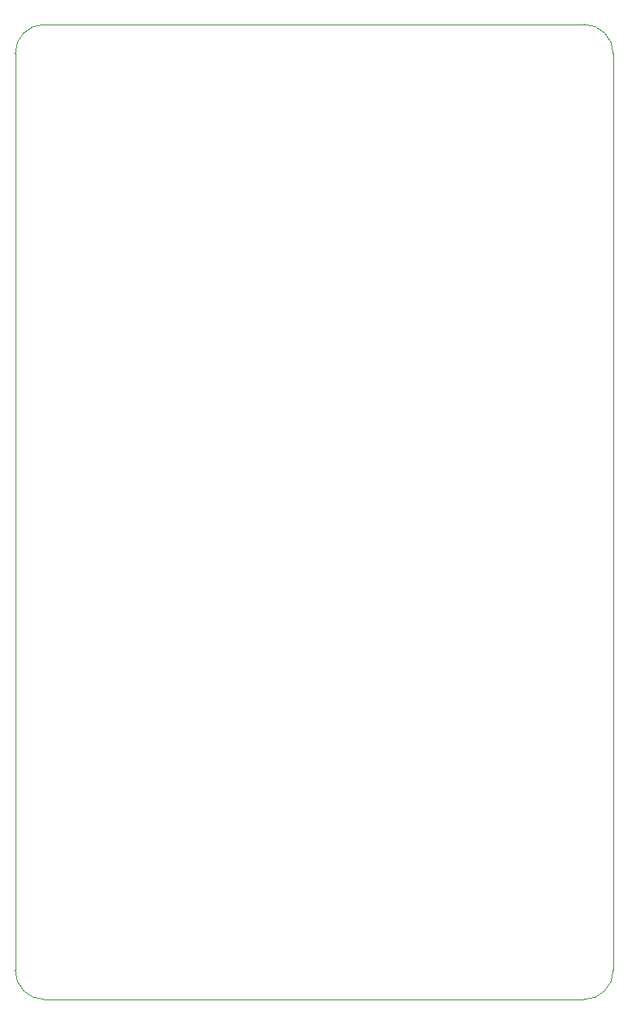
<source format=gm1>
%TF.GenerationSoftware,KiCad,Pcbnew,8.0.0*%
%TF.CreationDate,2024-03-18T12:55:46-04:00*%
%TF.ProjectId,mmp,6d6d702e-6b69-4636-9164-5f7063625858,rev?*%
%TF.SameCoordinates,Original*%
%TF.FileFunction,Profile,NP*%
%FSLAX46Y46*%
G04 Gerber Fmt 4.6, Leading zero omitted, Abs format (unit mm)*
G04 Created by KiCad (PCBNEW 8.0.0) date 2024-03-18 12:55:46*
%MOMM*%
%LPD*%
G01*
G04 APERTURE LIST*
%TA.AperFunction,Profile*%
%ADD10C,0.050000*%
%TD*%
G04 APERTURE END LIST*
D10*
X96000000Y-37000000D02*
X152000000Y-37000000D01*
X96000000Y-138000000D02*
G75*
G02*
X93000000Y-135000000I0J3000000D01*
G01*
X93000000Y-135000000D02*
X93000000Y-40000000D01*
X152000000Y-138000000D02*
X96000000Y-138000000D01*
X155000000Y-135000000D02*
G75*
G02*
X152000000Y-138000000I-3000000J0D01*
G01*
X155000000Y-40000000D02*
X155000000Y-135000000D01*
X93000000Y-40000000D02*
G75*
G02*
X96000000Y-37000000I3000000J0D01*
G01*
X152000000Y-37000000D02*
G75*
G02*
X155000000Y-40000000I0J-3000000D01*
G01*
M02*

</source>
